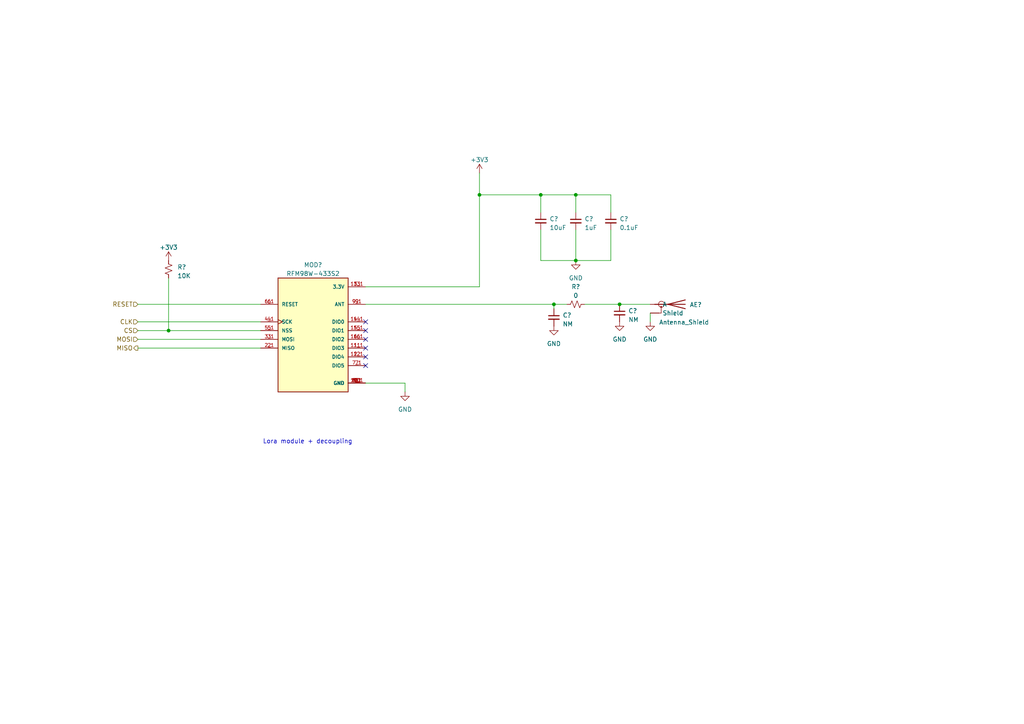
<source format=kicad_sch>
(kicad_sch (version 20210621) (generator eeschema)
  (paper "A4")
  (lib_symbols
    (symbol "Device:Antenna_Shield" (pin_numbers hide) (pin_names (offset 1.016))
      (property "Reference" "AE" (at -1.905 4.445 0))
      (property "Value" "Antenna_Shield" (at -1.905 2.54 0))
      (symbol "Antenna_Shield_0_1"
        (arc (start -0.508 -1.143) (mid -0.8485 -2.1032) (end 0 -2.667))
        (arc (start 0 -2.667) (mid 0.8047 -2.0885) (end 0.508 -1.143))
        (polyline (pts (xy 0 -2.54) (xy 0 0)))
        (polyline (pts (xy 0 5.08) (xy 0 -3.81)) (stroke (width 0.254)))
        (polyline (pts (xy 0.762 -1.905) (xy 2.54 -1.905)))
        (polyline (pts (xy 2.54 -2.54) (xy 2.54 -1.905)))
        (polyline (pts (xy 1.27 5.08) (xy 0 0) (xy -1.27 5.08)) (stroke (width 0.254)))
        (circle (center 0.762 -1.905) (radius 0.1778) (fill (type outline)))
      )
      (symbol "Antenna_Shield_1_1"
        (pin input line (at 0 -5.08 90) (length 2.54) (name "A") (number "1"))
        (pin input line (at 2.54 -5.08 90) (length 2.54) (name "Shield") (number "2"))
      )
    )
    (symbol "Device:C_Small" (pin_numbers hide) (pin_names (offset 0.254) hide)
      (property "Reference" "C" (at 0.254 1.778 0))
      (property "Value" "C_Small" (at 0.254 -2.032 0))
      (symbol "C_Small_0_1"
        (polyline (pts (xy -1.524 -0.508) (xy 1.524 -0.508)) (stroke (width 0.3302)))
        (polyline (pts (xy -1.524 0.508) (xy 1.524 0.508)) (stroke (width 0.3048)))
      )
      (symbol "C_Small_1_1"
        (pin passive line (at 0 2.54 270) (length 2.032) (name "~") (number "1"))
        (pin passive line (at 0 -2.54 90) (length 2.032) (name "~") (number "2"))
      )
    )
    (symbol "Device:R_Small_US" (pin_numbers hide) (pin_names (offset 0.254) hide)
      (property "Reference" "R" (at 0.762 0.508 0))
      (property "Value" "R_Small_US" (at 0.762 -1.016 0))
      (symbol "R_Small_US_1_1"
        (polyline (pts (xy 0 0) (xy 1.016 -0.381) (xy 0 -0.762) (xy -1.016 -1.143) (xy 0 -1.524)))
        (polyline (pts (xy 0 1.524) (xy 1.016 1.143) (xy 0 0.762) (xy -1.016 0.381) (xy 0 0)))
        (pin passive line (at 0 2.54 270) (length 1.016) (name "~") (number "1"))
        (pin passive line (at 0 -2.54 90) (length 1.016) (name "~") (number "2"))
      )
    )
    (symbol "RFM98W-433S2:RFM98W-433S2" (pin_names (offset 1.016))
      (property "Reference" "MOD" (at -10.16 18.415 0))
      (property "Value" "RFM98W-433S2" (at -10.16 -17.78 0))
      (symbol "RFM98W-433S2_0_0"
        (rectangle (start -10.16 -15.24) (end 10.16 17.78) (stroke (width 0.254)) (fill (type background)))
        (pin power_in line (at 15.24 -12.7 180) (length 5.08) (name "GND") (number "1"))
        (pin power_in line (at 15.24 -12.7 180) (length 5.08) (name "GND") (number "10"))
        (pin power_in line (at 15.24 -12.7 180) (length 5.08) (name "GND") (number "10_1"))
        (pin bidirectional line (at 15.24 -2.54 180) (length 5.08) (name "DIO3") (number "11"))
        (pin bidirectional line (at 15.24 -2.54 180) (length 5.08) (name "DIO3") (number "11_1"))
        (pin bidirectional line (at 15.24 -5.08 180) (length 5.08) (name "DIO4") (number "12"))
        (pin bidirectional line (at 15.24 -5.08 180) (length 5.08) (name "DIO4") (number "12_1"))
        (pin power_in line (at 15.24 15.24 180) (length 5.08) (name "3.3V") (number "13"))
        (pin power_in line (at 15.24 15.24 180) (length 5.08) (name "3.3V") (number "13_1"))
        (pin bidirectional line (at 15.24 5.08 180) (length 5.08) (name "DIO0") (number "14"))
        (pin bidirectional line (at 15.24 5.08 180) (length 5.08) (name "DIO0") (number "14_1"))
        (pin bidirectional line (at 15.24 2.54 180) (length 5.08) (name "DIO1") (number "15"))
        (pin bidirectional line (at 15.24 2.54 180) (length 5.08) (name "DIO1") (number "15_1"))
        (pin bidirectional line (at 15.24 0 180) (length 5.08) (name "DIO2") (number "16"))
        (pin bidirectional line (at 15.24 0 180) (length 5.08) (name "DIO2") (number "16_1"))
        (pin power_in line (at 15.24 -12.7 180) (length 5.08) (name "GND") (number "1_1"))
        (pin output line (at -15.24 -2.54 0) (length 5.08) (name "MISO") (number "2"))
        (pin output line (at -15.24 -2.54 0) (length 5.08) (name "MISO") (number "2_1"))
        (pin input line (at -15.24 0 0) (length 5.08) (name "MOSI") (number "3"))
        (pin input line (at -15.24 0 0) (length 5.08) (name "MOSI") (number "3_1"))
        (pin input clock (at -15.24 5.08 0) (length 5.08) (name "SCK") (number "4"))
        (pin input clock (at -15.24 5.08 0) (length 5.08) (name "SCK") (number "4_1"))
        (pin input line (at -15.24 2.54 0) (length 5.08) (name "NSS") (number "5"))
        (pin input line (at -15.24 2.54 0) (length 5.08) (name "NSS") (number "5_1"))
        (pin bidirectional line (at -15.24 10.16 0) (length 5.08) (name "RESET") (number "6"))
        (pin bidirectional line (at -15.24 10.16 0) (length 5.08) (name "RESET") (number "6_1"))
        (pin bidirectional line (at 15.24 -7.62 180) (length 5.08) (name "DIO5") (number "7"))
        (pin bidirectional line (at 15.24 -7.62 180) (length 5.08) (name "DIO5") (number "7_1"))
        (pin power_in line (at 15.24 -12.7 180) (length 5.08) (name "GND") (number "8"))
        (pin power_in line (at 15.24 -12.7 180) (length 5.08) (name "GND") (number "8_1"))
        (pin bidirectional line (at 15.24 10.16 180) (length 5.08) (name "ANT") (number "9"))
        (pin bidirectional line (at 15.24 10.16 180) (length 5.08) (name "ANT") (number "9_1"))
      )
    )
    (symbol "power:+3V3" (power) (pin_names (offset 0))
      (property "Value" "+3V3" (at 0 3.556 0))
      (symbol "+3V3_0_1"
        (polyline (pts (xy -0.762 1.27) (xy 0 2.54)))
        (polyline (pts (xy 0 0) (xy 0 2.54)))
        (polyline (pts (xy 0 2.54) (xy 0.762 1.27)))
      )
      (symbol "+3V3_1_1"
        (pin power_in line (at 0 0 90) (length 0) hide (name "+3V3") (number "1"))
      )
    )
    (symbol "power:GND" (power) (pin_names (offset 0))
      (property "Value" "GND" (at 0 -3.81 0))
      (symbol "GND_0_1"
        (polyline (pts (xy 0 0) (xy 0 -1.27) (xy 1.27 -1.27) (xy 0 -2.54) (xy -1.27 -1.27) (xy 0 -1.27)))
      )
      (symbol "GND_1_1"
        (pin power_in line (at 0 0 270) (length 0) hide (name "GND") (number "1"))
      )
    )
  )
  (junction (at 139.065 56.515) (diameter 0.9144))
  (junction (at 167.005 56.515) (diameter 0.9144))
  (junction (at 48.895 95.885) (diameter 0.9144))
  (junction (at 167.005 75.565) (diameter 0.9144))
  (junction (at 160.655 88.265) (diameter 0.9144))
  (junction (at 156.845 56.515) (diameter 0.9144))
  (junction (at 179.705 88.265) (diameter 0.9144))
  (no_connect (at 106.045 93.345))
  (no_connect (at 106.045 103.505))
  (no_connect (at 106.045 98.425))
  (no_connect (at 106.045 106.045))
  (no_connect (at 106.045 95.885))
  (no_connect (at 106.045 100.965))
  (wire (pts (xy 106.045 88.265) (xy 160.655 88.265)))
  (wire (pts (xy 117.475 111.125) (xy 117.475 113.665)))
  (wire (pts (xy 156.845 61.595) (xy 156.845 56.515)))
  (wire (pts (xy 160.655 88.265) (xy 164.465 88.265)))
  (wire (pts (xy 167.005 61.595) (xy 167.005 56.515)))
  (wire (pts (xy 177.165 75.565) (xy 177.165 66.675)))
  (wire (pts (xy 139.065 50.165) (xy 139.065 56.515)))
  (wire (pts (xy 75.565 100.965) (xy 40.005 100.965)))
  (wire (pts (xy 156.845 75.565) (xy 156.845 66.675)))
  (wire (pts (xy 106.045 83.185) (xy 139.065 83.185)))
  (wire (pts (xy 48.895 80.645) (xy 48.895 95.885)))
  (wire (pts (xy 167.005 75.565) (xy 177.165 75.565)))
  (wire (pts (xy 75.565 93.345) (xy 40.005 93.345)))
  (wire (pts (xy 188.595 90.805) (xy 188.595 93.345)))
  (wire (pts (xy 167.005 66.675) (xy 167.005 75.565)))
  (wire (pts (xy 48.895 95.885) (xy 40.005 95.885)))
  (wire (pts (xy 40.005 88.265) (xy 75.565 88.265)))
  (wire (pts (xy 139.065 56.515) (xy 156.845 56.515)))
  (wire (pts (xy 167.005 75.565) (xy 156.845 75.565)))
  (wire (pts (xy 106.045 111.125) (xy 117.475 111.125)))
  (wire (pts (xy 160.655 89.535) (xy 160.655 88.265)))
  (wire (pts (xy 75.565 98.425) (xy 40.005 98.425)))
  (wire (pts (xy 75.565 95.885) (xy 48.895 95.885)))
  (wire (pts (xy 139.065 56.515) (xy 139.065 83.185)))
  (wire (pts (xy 169.545 88.265) (xy 179.705 88.265)))
  (wire (pts (xy 156.845 56.515) (xy 167.005 56.515)))
  (wire (pts (xy 179.705 88.265) (xy 188.595 88.265)))
  (wire (pts (xy 167.005 56.515) (xy 177.165 56.515)))
  (wire (pts (xy 177.165 61.595) (xy 177.165 56.515)))
  (text "Lora module + decoupling" (at 102.235 128.905 180) (effects (font (size 1.27 1.27)) (justify right bottom)))
  (hierarchical_label "CS" (shape input) (at 40.005 95.885 180))
  (hierarchical_label "MISO" (shape output) (at 40.005 100.965 180))
  (hierarchical_label "CLK" (shape input) (at 40.005 93.345 180))
  (hierarchical_label "MOSI" (shape input) (at 40.005 98.425 180))
  (hierarchical_label "RESET" (shape input) (at 40.005 88.265 180))
  (symbol (lib_id "power:+3V3") (at 139.065 50.165 0) (unit 1)
    (property "Reference" "#PWR?" (effects hide))
    (property "Value" "+3V3" (at 139.065 46.355 0))
  )
  (symbol (lib_id "power:GND") (at 188.595 93.345 0) (unit 1)
    (property "Reference" "#PWR?" (effects hide))
    (property "Value" "GND" (at 188.595 98.425 0))
  )
  (symbol (lib_id "Device:C_Small") (at 179.705 90.805 0) (unit 1)
    (property "Reference" "C?" (at 182.245 90.1699 0) (effects (justify left)))
    (property "Value" "NM" (at 182.245 92.7099 0) (effects (justify left)))
    (property "Footprint" "vanalles:0603" (effects hide))
  )
  (symbol (lib_id "Device:Antenna_Shield") (at 193.675 88.265 270) (unit 1)
    (property "Reference" "AE?" (at 200.025 88.3919 90) (effects (justify left)))
    (property "Value" "Antenna_Shield" (at 191.135 93.4719 90) (effects (justify left)))
    (property "Footprint" "connectors_user:ufl connector" (effects hide))
  )
  (symbol (lib_id "Device:R_Small_US") (at 48.895 78.105 0) (unit 1)
    (property "Reference" "R?" (at 51.435 77.4699 0) (effects (justify left)))
    (property "Value" "10K" (at 51.435 80.0099 0) (effects (justify left)))
    (property "Footprint" "vanalles:0603RL" (effects hide))
  )
  (symbol (lib_id "Device:C_Small") (at 177.165 64.135 0) (unit 1)
    (property "Reference" "C?" (at 179.705 63.4999 0) (effects (justify left)))
    (property "Value" "0.1uF" (at 179.705 66.0399 0) (effects (justify left)))
    (property "Footprint" "vanalles:0603" (effects hide))
  )
  (symbol (lib_id "Device:R_Small_US") (at 167.005 88.265 90) (unit 1)
    (property "Reference" "R?" (at 167.005 83.185 90))
    (property "Value" "0" (at 167.005 85.725 90))
    (property "Footprint" "vanalles:0603RL" (effects hide))
  )
  (symbol (lib_id "RFM98W-433S2:RFM98W-433S2") (at 90.805 98.425 0) (unit 1)
    (property "Reference" "MOD?" (at 90.805 76.835 0))
    (property "Value" "RFM98W-433S2" (at 90.805 79.375 0))
    (property "Footprint" "Module:XCVR_RFM98W-433S2" (effects hide))
    (property "MANUFACTURER" "Hoperf" (effects hide))
    (property "PARTREV" "N/A" (effects hide))
    (property "STANDARD" "Manufacturer Recommendations" (effects hide))
  )
  (symbol (lib_id "Device:C_Small") (at 167.005 64.135 0) (unit 1)
    (property "Reference" "C?" (at 169.545 63.4999 0) (effects (justify left)))
    (property "Value" "1uF" (at 169.545 66.0399 0) (effects (justify left)))
    (property "Footprint" "vanalles:0603" (effects hide))
  )
  (symbol (lib_id "power:+3V3") (at 48.895 75.565 0) (unit 1)
    (property "Reference" "#PWR?" (effects hide))
    (property "Value" "+3V3" (at 48.895 71.755 0))
  )
  (symbol (lib_id "power:GND") (at 117.475 113.665 0) (unit 1)
    (property "Reference" "#PWR?" (effects hide))
    (property "Value" "GND" (at 117.475 118.745 0))
  )
  (symbol (lib_id "Device:C_Small") (at 156.845 64.135 0) (unit 1)
    (property "Reference" "C?" (at 159.385 63.4999 0) (effects (justify left)))
    (property "Value" "10uF" (at 159.385 66.0399 0) (effects (justify left)))
    (property "Footprint" "vanalles:0603" (effects hide))
  )
  (symbol (lib_id "power:GND") (at 167.005 75.565 0) (unit 1)
    (property "Reference" "#PWR?" (effects hide))
    (property "Value" "GND" (at 167.005 80.645 0))
  )
  (symbol (lib_id "Device:C_Small") (at 160.655 92.075 0) (unit 1)
    (property "Reference" "C?" (at 163.195 91.4399 0) (effects (justify left)))
    (property "Value" "NM" (at 163.195 93.9799 0) (effects (justify left)))
    (property "Footprint" "vanalles:0603" (effects hide))
  )
  (symbol (lib_id "power:GND") (at 160.655 94.615 0) (unit 1)
    (property "Reference" "#PWR?" (effects hide))
    (property "Value" "GND" (at 160.655 99.695 0))
  )
  (symbol (lib_id "power:GND") (at 179.705 93.345 0) (unit 1)
    (property "Reference" "#PWR?" (effects hide))
    (property "Value" "GND" (at 179.705 98.425 0))
  )
)
</source>
